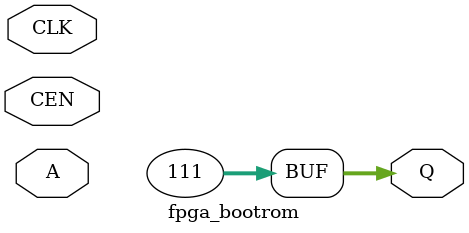
<source format=sv>


module fpga_bootrom
  #(
    parameter ADDR_WIDTH=32,
    parameter DATA_WIDTH=32
    )
  (
   input logic                   CLK,
   input logic                   CEN,
   input logic [ADDR_WIDTH-1:0]  A,
   output logic [DATA_WIDTH-1:0] Q
   );
  assign Q = 32'h0000006f; //jal x0,0 // BACCTODO this has to be encrypted (in the correct fpga file at least)
endmodule : fpga_bootrom

</source>
